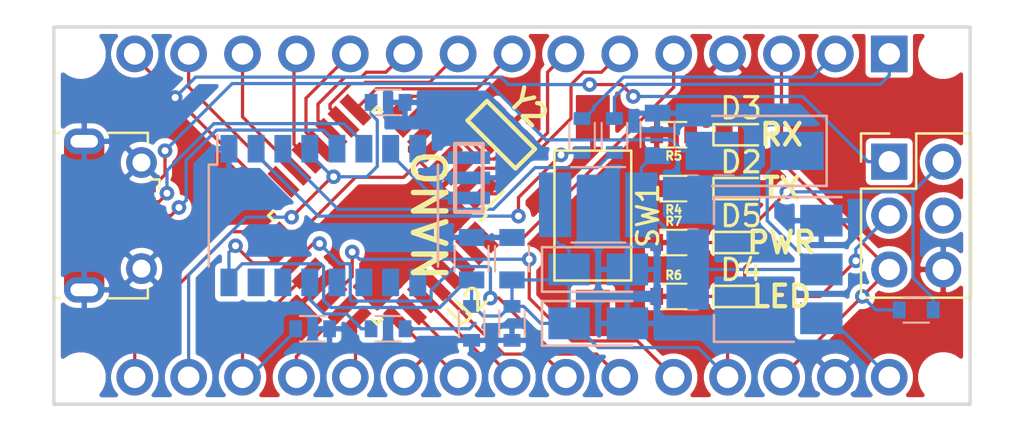
<source format=kicad_pcb>
(kicad_pcb (version 4) (host pcbnew 4.0.7)
  (layers (0 F.Cu signal hide) (31 B.Cu signal) (34 B.Paste user) (35 F.Paste user) (36 B.SilkS user hide) (37 F.SilkS user hide) (38 B.Mask user) (39 F.Mask user) (44 Edge.Cuts user))
  (net 0 "")
  (net 1 RESET)
  (net 2 "Net-(C1-Pad2)")
  (net 3 GND)
  (net 4 +3.3V)
  (net 5 +5V)
  (net 6 AREF)
  (net 7 "Net-(C8-Pad1)")
  (net 8 VUSB)
  (net 9 TX)
  (net 10 "Net-(D2-Pad1)")
  (net 11 RX)
  (net 12 "Net-(D3-Pad1)")
  (net 13 D13/SCK)
  (net 14 "Net-(D4-Pad1)")
  (net 15 "Net-(D5-Pad1)")
  (net 16 UD-)
  (net 17 UD+)
  (net 18 D12/MISO)
  (net 19 D11/MOSI)
  (net 20 D0/RX)
  (net 21 D1/TX)
  (net 22 "Net-(U1-Pad7)")
  (net 23 "Net-(U1-Pad8)")
  (net 24 D3)
  (net 25 D4)
  (net 26 "Net-(U2-Pad7)")
  (net 27 "Net-(U2-Pad8)")
  (net 28 D5)
  (net 29 D6)
  (net 30 D7)
  (net 31 D8)
  (net 32 D9)
  (net 33 D10)
  (net 34 A6)
  (net 35 A7)
  (net 36 A0)
  (net 37 A1)
  (net 38 A2)
  (net 39 A3)
  (net 40 A4)
  (net 41 A5)
  (net 42 D2)
  (net 43 VIN)
  (module Housings_QFP:TQFP-32_7x7mm_Pitch0.8mm (layer F.Cu) (at 114.3 96.52 225)
    (fp_text reference U2 (at 0 -6.05 225) (layer F.SilkS))
    (fp_text value ATMEGA328P-AU hide)
    (pad 1 smd rect (at -4.25 -2.8 225) (size 1.6 0.55) (layers F.Cu F.Paste F.Mask) (net 24 D3))
    (pad 2 smd rect (at -4.25 -2 225) (size 1.6 0.55) (layers F.Cu F.Paste F.Mask) (net 25 D4))
    (pad 3 smd rect (at -4.25 -1.2 225) (size 1.6 0.55) (layers F.Cu F.Paste F.Mask) (net 3 GND))
    (pad 4 smd rect (at -4.25 -0.4 225) (size 1.6 0.55) (layers F.Cu F.Paste F.Mask) (net 5 +5V))
    (pad 5 smd rect (at -4.25 0.4 225) (size 1.6 0.55) (layers F.Cu F.Paste F.Mask) (net 3 GND))
    (pad 6 smd rect (at -4.25 1.2 225) (size 1.6 0.55) (layers F.Cu F.Paste F.Mask) (net 5 +5V))
    (pad 7 smd rect (at -4.25 2 225) (size 1.6 0.55) (layers F.Cu F.Paste F.Mask) (net 26 "Net-(U2-Pad7)"))
    (pad 8 smd rect (at -4.25 2.8 225) (size 1.6 0.55) (layers F.Cu F.Paste F.Mask) (net 27 "Net-(U2-Pad8)"))
    (pad 9 smd rect (at -2.8 4.25 315) (size 1.6 0.55) (layers F.Cu F.Paste F.Mask) (net 28 D5))
    (pad 10 smd rect (at -2 4.25 315) (size 1.6 0.55) (layers F.Cu F.Paste F.Mask) (net 29 D6))
    (pad 11 smd rect (at -1.2 4.25 315) (size 1.6 0.55) (layers F.Cu F.Paste F.Mask) (net 30 D7))
    (pad 12 smd rect (at -0.4 4.25 315) (size 1.6 0.55) (layers F.Cu F.Paste F.Mask) (net 31 D8))
    (pad 13 smd rect (at 0.4 4.25 315) (size 1.6 0.55) (layers F.Cu F.Paste F.Mask) (net 32 D9))
    (pad 14 smd rect (at 1.2 4.25 315) (size 1.6 0.55) (layers F.Cu F.Paste F.Mask) (net 33 D10))
    (pad 15 smd rect (at 2 4.25 315) (size 1.6 0.55) (layers F.Cu F.Paste F.Mask) (net 19 D11/MOSI))
    (pad 16 smd rect (at 2.8 4.25 315) (size 1.6 0.55) (layers F.Cu F.Paste F.Mask) (net 18 D12/MISO))
    (pad 17 smd rect (at 4.25 2.8 225) (size 1.6 0.55) (layers F.Cu F.Paste F.Mask) (net 13 D13/SCK))
    (pad 18 smd rect (at 4.25 2 225) (size 1.6 0.55) (layers F.Cu F.Paste F.Mask) (net 5 +5V))
    (pad 19 smd rect (at 4.25 1.2 225) (size 1.6 0.55) (layers F.Cu F.Paste F.Mask) (net 34 A6))
    (pad 20 smd rect (at 4.25 0.4 225) (size 1.6 0.55) (layers F.Cu F.Paste F.Mask) (net 6 AREF))
    (pad 21 smd rect (at 4.25 -0.4 225) (size 1.6 0.55) (layers F.Cu F.Paste F.Mask) (net 3 GND))
    (pad 22 smd rect (at 4.25 -1.2 225) (size 1.6 0.55) (layers F.Cu F.Paste F.Mask) (net 35 A7))
    (pad 23 smd rect (at 4.25 -2 225) (size 1.6 0.55) (layers F.Cu F.Paste F.Mask) (net 36 A0))
    (pad 24 smd rect (at 4.25 -2.8 225) (size 1.6 0.55) (layers F.Cu F.Paste F.Mask) (net 37 A1))
    (pad 25 smd rect (at 2.8 -4.25 315) (size 1.6 0.55) (layers F.Cu F.Paste F.Mask) (net 38 A2))
    (pad 26 smd rect (at 2 -4.25 315) (size 1.6 0.55) (layers F.Cu F.Paste F.Mask) (net 39 A3))
    (pad 27 smd rect (at 1.2 -4.25 315) (size 1.6 0.55) (layers F.Cu F.Paste F.Mask) (net 40 A4))
    (pad 28 smd rect (at 0.4 -4.25 315) (size 1.6 0.55) (layers F.Cu F.Paste F.Mask) (net 41 A5))
    (pad 29 smd rect (at -0.4 -4.25 315) (size 1.6 0.55) (layers F.Cu F.Paste F.Mask) (net 1 RESET))
    (pad 30 smd rect (at -1.2 -4.25 315) (size 1.6 0.55) (layers F.Cu F.Paste F.Mask) (net 20 D0/RX))
    (pad 31 smd rect (at -2 -4.25 315) (size 1.6 0.55) (layers F.Cu F.Paste F.Mask) (net 21 D1/TX))
    (pad 32 smd rect (at -2.8 -4.25 315) (size 1.6 0.55) (layers F.Cu F.Paste F.Mask) (net 42 D2))
  )
  (module Polymetric_Capacitors_SMD:C_0603 (layer B.Cu) (at 114.808 101.854 180)
    (fp_text reference C1 hide)
    (fp_text value 100nF hide)
    (pad 1 smd rect (at -0.8 0 180) (size 0.6 0.8) (layers B.Cu B.Paste B.Mask) (net 1 RESET))
    (pad 2 smd rect (at 0.8 0 180) (size 0.6 0.8) (layers B.Cu B.Paste B.Mask) (net 2 "Net-(C1-Pad2)"))
  )
  (module Polymetric_Capacitors_SMD:C_0603 (layer B.Cu) (at 114.808 91.186 180)
    (fp_text reference C2 hide)
    (fp_text value 100nF hide)
    (pad 1 smd rect (at -0.8 0 180) (size 0.6 0.8) (layers B.Cu B.Paste B.Mask) (net 3 GND))
    (pad 2 smd rect (at 0.8 0 180) (size 0.6 0.8) (layers B.Cu B.Paste B.Mask) (net 4 +3.3V))
  )
  (module Polymetric_Capacitors_SMD:C_0603 (layer B.Cu) (at 118.745 101.6 90)
    (fp_text reference C3 hide)
    (fp_text value 100nF hide)
    (pad 1 smd rect (at -0.8 0 90) (size 0.6 0.8) (layers B.Cu B.Paste B.Mask) (net 3 GND))
    (pad 2 smd rect (at 0.8 0 90) (size 0.6 0.8) (layers B.Cu B.Paste B.Mask) (net 5 +5V))
  )
  (module Polymetric_Capacitors_SMD:C_0805 (layer B.Cu) (at 120.65 98.552 90)
    (fp_text reference C4 hide)
    (fp_text value 1uF hide)
    (pad 1 smd rect (at -1 0 90) (size 0.8 1.2) (layers B.Cu B.Paste B.Mask) (net 5 +5V))
    (pad 2 smd rect (at 1 0 90) (size 0.8 1.2) (layers B.Cu B.Paste B.Mask) (net 3 GND))
  )
  (module Polymetric_Capacitors_SMD:C_0805 (layer B.Cu) (at 118.745 98.552 90)
    (fp_text reference C5 hide)
    (fp_text value 1uF hide)
    (pad 1 smd rect (at -1 0 90) (size 0.8 1.2) (layers B.Cu B.Paste B.Mask) (net 5 +5V))
    (pad 2 smd rect (at 1 0 90) (size 0.8 1.2) (layers B.Cu B.Paste B.Mask) (net 3 GND))
  )
  (module Capacitors_Tantalum_SMD:CP_Tantalum_Case-S_EIA-3216-12_Reflow (layer B.Cu) (at 124.714 101.6)
    (fp_text reference C6 hide)
    (fp_text value 4.7uF/T hide)
    (pad 1 smd rect (at -1.375 0) (size 1.95 1.5) (layers B.Cu B.Paste B.Mask) (net 5 +5V))
    (pad 2 smd rect (at 1.375 0) (size 1.95 1.5) (layers B.Cu B.Paste B.Mask) (net 3 GND))
  )
  (module Polymetric_Capacitors_SMD:C_0603 (layer B.Cu) (at 111.252 101.854)
    (fp_text reference C7 hide)
    (fp_text value 100nF hide)
    (pad 1 smd rect (at -0.8 0) (size 0.6 0.8) (layers B.Cu B.Paste B.Mask) (net 6 AREF))
    (pad 2 smd rect (at 0.8 0) (size 0.6 0.8) (layers B.Cu B.Paste B.Mask) (net 3 GND))
  )
  (module Polymetric_Capacitors_SMD:C_0805 (layer B.Cu) (at 127.508 92.694 90)
    (fp_text reference C8 hide)
    (fp_text value 1uF)
    (pad 1 smd rect (at -1 0 90) (size 0.8 1.2) (layers B.Cu B.Paste B.Mask) (net 7 "Net-(C8-Pad1)"))
    (pad 2 smd rect (at 1 0 90) (size 0.8 1.2) (layers B.Cu B.Paste B.Mask) (net 3 GND))
  )
  (module Capacitors_Tantalum_SMD:CP_Tantalum_Case-S_EIA-3216-12_Reflow (layer B.Cu) (at 124.714 99.06)
    (fp_text reference C9 hide)
    (fp_text value 4.7uF/T hide)
    (pad 1 smd rect (at -1.375 0) (size 1.95 1.5) (layers B.Cu B.Paste B.Mask) (net 5 +5V))
    (pad 2 smd rect (at 1.375 0) (size 1.95 1.5) (layers B.Cu B.Paste B.Mask) (net 3 GND))
  )
  (module Polymetric_Capacitors_SMD:C_0603 (layer B.Cu) (at 120.65 101.6 270)
    (fp_text reference C10 hide)
    (fp_text value 100nF hide)
    (pad 1 smd rect (at -0.8 0 270) (size 0.6 0.8) (layers B.Cu B.Paste B.Mask) (net 5 +5V))
    (pad 2 smd rect (at 0.8 0 270) (size 0.6 0.8) (layers B.Cu B.Paste B.Mask) (net 3 GND))
  )
  (module Diodes_SMD:D_SMA (layer B.Cu) (at 132.08 93.472 180)
    (fp_text reference D1 hide)
    (fp_text value SS1P3L hide)
    (pad 1 smd rect (at -2 0 180) (size 2.5 1.8) (layers B.Cu B.Paste B.Mask) (net 7 "Net-(C8-Pad1)"))
    (pad 2 smd rect (at 2 0 180) (size 2.5 1.8) (layers B.Cu B.Paste B.Mask) (net 8 VUSB))
  )
  (module LEDs:LED_0603 (layer F.Cu) (at 131.445 95.25)
    (fp_text reference D2 (at 0 -1.25) (layer F.SilkS))
    (fp_text value TX)
    (pad 2 smd rect (at 0.8 0 180) (size 0.8 0.8) (layers F.Cu F.Paste F.Mask) (net 9 TX))
    (pad 1 smd rect (at -0.8 0 180) (size 0.8 0.8) (layers F.Cu F.Paste F.Mask) (net 10 "Net-(D2-Pad1)"))
  )
  (module LEDs:LED_0603 (layer F.Cu) (at 131.445 92.71)
    (fp_text reference D3 (at 0 -1.25) (layer F.SilkS))
    (fp_text value RX)
    (pad 2 smd rect (at 0.8 0 180) (size 0.8 0.8) (layers F.Cu F.Paste F.Mask) (net 11 RX))
    (pad 1 smd rect (at -0.8 0 180) (size 0.8 0.8) (layers F.Cu F.Paste F.Mask) (net 12 "Net-(D3-Pad1)"))
  )
  (module LEDs:LED_0603 (layer F.Cu) (at 131.445 100.33)
    (fp_text reference D4 (at 0 -1.25) (layer F.SilkS))
    (fp_text value D13)
    (pad 2 smd rect (at 0.8 0 180) (size 0.8 0.8) (layers F.Cu F.Paste F.Mask) (net 13 D13/SCK))
    (pad 1 smd rect (at -0.8 0 180) (size 0.8 0.8) (layers F.Cu F.Paste F.Mask) (net 14 "Net-(D4-Pad1)"))
  )
  (module LEDs:LED_0603 (layer F.Cu) (at 131.445 97.79)
    (fp_text reference D5 (at 0 -1.25) (layer F.SilkS))
    (fp_text value PWR)
    (pad 2 smd rect (at 0.8 0 180) (size 0.8 0.8) (layers F.Cu F.Paste F.Mask) (net 5 +5V))
    (pad 1 smd rect (at -0.8 0 180) (size 0.8 0.8) (layers F.Cu F.Paste F.Mask) (net 15 "Net-(D5-Pad1)"))
  )
  (module Polymetric_Fuses_SMD:1812_PTC_Fuse (layer B.Cu) (at 124.714 96.012 180)
    (fp_text reference F1 hide)
    (fp_text value "MF-MSMF050-2 500mA" hide)
    (pad 1 smd rect (at -2.032 0 180) (size 1.524 3.048) (layers B.Cu B.Paste B.Mask) (net 7 "Net-(C8-Pad1)"))
    (pad 2 smd rect (at 2.032 0 180) (size 1.524 3.048) (layers B.Cu B.Paste B.Mask) (net 5 +5V))
  )
  (module Connectors_USB:USB_Micro-B_Molex-105017-0001 (layer F.Cu) (at 100.838 96.52 270)
    (fp_text reference J1 hide)
    (fp_text value USB_OTG hide)
    (pad 6 smd rect (at 1 0.35 270) (size 1.5 1.9) (layers F.Cu F.Paste F.Mask) (net 3 GND))
    (pad 6 thru_hole circle (at -2.5 -2.35 270) (size 1.45 1.45) (drill 0.85) (layers *.Cu *.Mask) (net 3 GND))
    (pad 2 smd rect (at -0.65 -2.35 270) (size 0.4 1.35) (layers F.Cu F.Paste F.Mask) (net 16 UD-))
    (pad 1 smd rect (at -1.3 -2.35 270) (size 0.4 1.35) (layers F.Cu F.Paste F.Mask) (net 8 VUSB))
    (pad 5 smd rect (at 1.3 -2.35 270) (size 0.4 1.35) (layers F.Cu F.Paste F.Mask) (net 3 GND))
    (pad 4 smd rect (at 0.65 -2.35 270) (size 0.4 1.35) (layers F.Cu F.Paste F.Mask))
    (pad 3 smd rect (at 0 -2.35 270) (size 0.4 1.35) (layers F.Cu F.Paste F.Mask) (net 17 UD+))
    (pad 6 thru_hole circle (at 2.5 -2.35 270) (size 1.45 1.45) (drill 0.85) (layers *.Cu *.Mask) (net 3 GND))
    (pad 6 smd rect (at -1 0.35 270) (size 1.5 1.9) (layers F.Cu F.Paste F.Mask) (net 3 GND))
    (pad 6 thru_hole oval (at -3.5 0.35 90) (size 1.2 1.9) (drill oval 0.6 1.3) (layers *.Cu *.Mask) (net 3 GND))
    (pad 6 thru_hole oval (at 3.5 0.35 270) (size 1.2 1.9) (drill oval 0.6 1.3) (layers *.Cu *.Mask) (net 3 GND))
    (pad 6 smd rect (at 2.9 0.35 270) (size 1.2 1.9) (layers F.Cu F.Mask) (net 3 GND))
    (pad 6 smd rect (at -2.9 0.35 270) (size 1.2 1.9) (layers F.Cu F.Mask) (net 3 GND))
  )
  (module Pin_Headers:Pin_Header_Straight_2x03_Pitch2.54mm (layer F.Cu) (at 138.43 93.98)
    (fp_text reference J2 hide)
    (fp_text value ICSP_Header hide)
    (pad 1 thru_hole rect (at 0 0) (size 1.7 1.7) (drill 1) (layers *.Cu *.Mask) (net 18 D12/MISO))
    (pad 2 thru_hole oval (at 2.54 0) (size 1.7 1.7) (drill 1) (layers *.Cu *.Mask) (net 5 +5V))
    (pad 3 thru_hole oval (at 0 2.54) (size 1.7 1.7) (drill 1) (layers *.Cu *.Mask) (net 13 D13/SCK))
    (pad 4 thru_hole oval (at 2.54 2.54) (size 1.7 1.7) (drill 1) (layers *.Cu *.Mask) (net 19 D11/MOSI))
    (pad 5 thru_hole oval (at 0 5.08) (size 1.7 1.7) (drill 1) (layers *.Cu *.Mask) (net 1 RESET))
    (pad 6 thru_hole oval (at 2.54 5.08) (size 1.7 1.7) (drill 1) (layers *.Cu *.Mask) (net 3 GND))
  )
  (module Polymetric_Resistors_SMD:R_0603 (layer B.Cu) (at 139.7 100.965 180)
    (fp_text reference R1 hide)
    (fp_text value 1K hide)
    (pad 1 smd rect (at -0.8 0 180) (size 0.6 0.8) (layers B.Cu B.Paste B.Mask) (net 5 +5V))
    (pad 2 smd rect (at 0.8 0 180) (size 0.6 0.8) (layers B.Cu B.Paste B.Mask) (net 1 RESET))
  )
  (module Polymetric_Resistors_SMD:R_0603 (layer B.Cu) (at 123.952 92.7482 90)
    (fp_text reference R2 hide)
    (fp_text value 1K hide)
    (pad 1 smd rect (at -0.8 0 90) (size 0.6 0.8) (layers B.Cu B.Paste B.Mask) (net 11 RX))
    (pad 2 smd rect (at 0.8 0 90) (size 0.6 0.8) (layers B.Cu B.Paste B.Mask) (net 20 D0/RX))
  )
  (module Polymetric_Resistors_SMD:R_0603 (layer B.Cu) (at 125.476 92.748 90)
    (fp_text reference R3 hide)
    (fp_text value 1K hide)
    (pad 1 smd rect (at -0.8 0 90) (size 0.6 0.8) (layers B.Cu B.Paste B.Mask) (net 9 TX))
    (pad 2 smd rect (at 0.8 0 90) (size 0.6 0.8) (layers B.Cu B.Paste B.Mask) (net 21 D1/TX))
  )
  (module Polymetric_Resistors_SMD:R_0603 (layer F.Cu) (at 128.27 95.25 180)
    (fp_text reference R4 (at 0 -1 180) (layer F.SilkS) (effects (font (size 0.4 0.4) (thickness 0.1))))
    (fp_text value 1K)
    (pad 1 smd rect (at -0.8 0 180) (size 0.6 0.8) (layers F.Cu F.Paste F.Mask) (net 10 "Net-(D2-Pad1)"))
    (pad 2 smd rect (at 0.8 0 180) (size 0.6 0.8) (layers F.Cu F.Paste F.Mask) (net 3 GND))
  )
  (module Polymetric_Resistors_SMD:R_0603 (layer F.Cu) (at 128.27 92.71 180)
    (fp_text reference R5 (at 0 -1 180) (layer F.SilkS) (effects (font (size 0.4 0.4) (thickness 0.1))))
    (fp_text value 1K)
    (pad 1 smd rect (at -0.8 0 180) (size 0.6 0.8) (layers F.Cu F.Paste F.Mask) (net 12 "Net-(D3-Pad1)"))
    (pad 2 smd rect (at 0.8 0 180) (size 0.6 0.8) (layers F.Cu F.Paste F.Mask) (net 3 GND))
  )
  (module Polymetric_Resistors_SMD:R_0603 (layer F.Cu) (at 128.27 100.33)
    (fp_text reference R6 (at 0 -1) (layer F.SilkS) (effects (font (size 0.4 0.4) (thickness 0.1))))
    (fp_text value 1K)
    (pad 1 smd rect (at -0.8 0) (size 0.6 0.8) (layers F.Cu F.Paste F.Mask) (net 3 GND))
    (pad 2 smd rect (at 0.8 0) (size 0.6 0.8) (layers F.Cu F.Paste F.Mask) (net 14 "Net-(D4-Pad1)"))
  )
  (module Polymetric_Resistors_SMD:R_0603 (layer F.Cu) (at 128.27 97.79)
    (fp_text reference R7 (at 0 -1) (layer F.SilkS) (effects (font (size 0.4 0.4) (thickness 0.1))))
    (fp_text value 1K)
    (pad 1 smd rect (at -0.8 0) (size 0.6 0.8) (layers F.Cu F.Paste F.Mask) (net 3 GND))
    (pad 2 smd rect (at 0.8 0) (size 0.6 0.8) (layers F.Cu F.Paste F.Mask) (net 15 "Net-(D5-Pad1)"))
  )
  (module Buttons_Switches_SMD:SW_SPST_FSMSM (layer F.Cu) (at 124.46 96.52 270)
    (fp_text reference SW1 (at 0 -2.6 270) (layer F.SilkS))
    (fp_text value RESET)
    (pad 1 smd rect (at -4.59 0 270) (size 2.18 1.6) (layers F.Cu F.Paste F.Mask) (net 3 GND))
    (pad 2 smd rect (at 4.59 0 270) (size 2.18 1.6) (layers F.Cu F.Paste F.Mask) (net 1 RESET))
  )
  (module Housings_SSOP:SOP-16_4.4x10.4mm_Pitch1.27mm (layer B.Cu) (at 111.76 96.52 270)
    (fp_text reference U1 hide)
    (fp_text value CH340G hide)
    (pad 1 smd rect (at -3.15 4.45 270) (size 1.3 0.8) (layers B.Cu B.Paste B.Mask) (net 3 GND))
    (pad 2 smd rect (at -3.15 3.17 270) (size 1.3 0.8) (layers B.Cu B.Paste B.Mask) (net 11 RX))
    (pad 3 smd rect (at -3.15 1.91 270) (size 1.3 0.8) (layers B.Cu B.Paste B.Mask) (net 9 TX))
    (pad 4 smd rect (at -3.15 0.64 270) (size 1.3 0.8) (layers B.Cu B.Paste B.Mask) (net 4 +3.3V))
    (pad 5 smd rect (at -3.15 -0.64 270) (size 1.3 0.8) (layers B.Cu B.Paste B.Mask) (net 17 UD+))
    (pad 6 smd rect (at -3.15 -1.91 270) (size 1.3 0.8) (layers B.Cu B.Paste B.Mask) (net 16 UD-))
    (pad 7 smd rect (at -3.15 -3.17 270) (size 1.3 0.8) (layers B.Cu B.Paste B.Mask) (net 22 "Net-(U1-Pad7)"))
    (pad 8 smd rect (at -3.15 -4.45 270) (size 1.3 0.8) (layers B.Cu B.Paste B.Mask) (net 23 "Net-(U1-Pad8)"))
    (pad 9 smd rect (at 3.15 -4.45 270) (size 1.3 0.8) (layers B.Cu B.Paste B.Mask))
    (pad 10 smd rect (at 3.15 -3.17 270) (size 1.3 0.8) (layers B.Cu B.Paste B.Mask))
    (pad 11 smd rect (at 3.15 -1.91 270) (size 1.3 0.8) (layers B.Cu B.Paste B.Mask))
    (pad 12 smd rect (at 3.15 -0.64 270) (size 1.3 0.8) (layers B.Cu B.Paste B.Mask))
    (pad 13 smd rect (at 3.15 0.64 270) (size 1.3 0.8) (layers B.Cu B.Paste B.Mask) (net 2 "Net-(C1-Pad2)"))
    (pad 14 smd rect (at 3.15 1.91 270) (size 1.3 0.8) (layers B.Cu B.Paste B.Mask))
    (pad 15 smd rect (at 3.15 3.17 270) (size 1.3 0.8) (layers B.Cu B.Paste B.Mask))
    (pad 16 smd rect (at 3.15 4.45 270) (size 1.3 0.8) (layers B.Cu B.Paste B.Mask) (net 5 +5V))
  )
  (module TO_SOT_Packages_SMD:SOT-223 (layer B.Cu) (at 132.08 99.06 180)
    (fp_text reference U3 hide)
    (fp_text value LM1117-5.0 hide)
    (pad 4 smd rect (at 3.15 0 180) (size 2 3.8) (layers B.Cu B.Paste B.Mask) (net 7 "Net-(C8-Pad1)"))
    (pad 2 smd rect (at -3.15 0 180) (size 2 1.5) (layers B.Cu B.Paste B.Mask) (net 7 "Net-(C8-Pad1)"))
    (pad 3 smd rect (at -3.15 -2.3 180) (size 2 1.5) (layers B.Cu B.Paste B.Mask) (net 43 VIN))
    (pad 1 smd rect (at -3.15 2.3 180) (size 2 1.5) (layers B.Cu B.Paste B.Mask) (net 3 GND))
  )
  (module Polymetric_Resonators_SMD:murata-resonator_SMD_CSTCE16M0V53-R0 (layer B.Cu) (at 118.618 94.742 90)
    (fp_text reference Y1 hide)
    (fp_text value 12MHz hide)
    (pad 1 smd rect (at -0.95 0 90) (size 0.6 2) (layers B.Cu B.Paste B.Mask) (net 22 "Net-(U1-Pad7)"))
    (pad 2 smd rect (at 0 0 90) (size 0.6 2) (layers B.Cu B.Paste B.Mask) (net 3 GND))
    (pad 3 smd rect (at 0.95 0 90) (size 0.6 2) (layers B.Cu B.Paste B.Mask) (net 23 "Net-(U1-Pad8)"))
  )
  (module Polymetric_Resonators_SMD:murata-resonator_SMD_CSTCE16M0V53-R0 (layer F.Cu) (at 120.142 92.71 315)
    (fp_text reference Y2 (at 0 -1.796051 315) (layer F.SilkS) (effects (font (thickness 0.2))))
    (fp_text value 16MHz hide)
    (pad 1 smd rect (at -0.95 0 315) (size 0.6 2) (layers F.Cu F.Paste F.Mask) (net 27 "Net-(U2-Pad8)"))
    (pad 2 smd rect (at 0 0 315) (size 0.6 2) (layers F.Cu F.Paste F.Mask) (net 3 GND))
    (pad 3 smd rect (at 0.95 0 315) (size 0.6 2) (layers F.Cu F.Paste F.Mask) (net 26 "Net-(U2-Pad7)"))
  )
  (module Polymetric_Shields_and_Sockets:Arduino_Nano_Shield (layer F.Cu) (at 99.06 96.52 270)
    (fp_text reference XA1)
    (fp_text value Arduino_Nano_Socket hide)
    (pad VIN thru_hole circle (at 7.62 -39.37 270) (size 1.7272 1.7272) (drill 1.016) (layers *.Cu *.Mask) (net 43 VIN))
    (pad GND2 thru_hole circle (at 7.62 -36.83 270) (size 1.7272 1.7272) (drill 1.016) (layers *.Cu *.Mask) (net 3 GND))
    (pad RST2 thru_hole circle (at 7.62 -34.29 270) (size 1.7272 1.7272) (drill 1.016) (layers *.Cu *.Mask) (net 1 RESET))
    (pad 5V thru_hole circle (at 7.62 -31.75 270) (size 1.7272 1.7272) (drill 1.016) (layers *.Cu *.Mask) (net 5 +5V))
    (pad A7 thru_hole circle (at 7.62 -29.21 270) (size 1.7272 1.7272) (drill 1.016) (layers *.Cu *.Mask) (net 35 A7))
    (pad A6 thru_hole circle (at 7.62 -26.67 270) (size 1.7272 1.7272) (drill 1.016) (layers *.Cu *.Mask) (net 34 A6))
    (pad A5 thru_hole circle (at 7.62 -24.13 270) (size 1.7272 1.7272) (drill 1.016) (layers *.Cu *.Mask) (net 41 A5))
    (pad A4 thru_hole circle (at 7.62 -21.59 270) (size 1.7272 1.7272) (drill 1.016) (layers *.Cu *.Mask) (net 40 A4))
    (pad A3 thru_hole circle (at 7.62 -19.05 270) (size 1.7272 1.7272) (drill 1.016) (layers *.Cu *.Mask) (net 39 A3))
    (pad A2 thru_hole circle (at 7.62 -16.51 270) (size 1.7272 1.7272) (drill 1.016) (layers *.Cu *.Mask) (net 38 A2))
    (pad A1 thru_hole circle (at 7.62 -13.97 270) (size 1.7272 1.7272) (drill 1.016) (layers *.Cu *.Mask) (net 37 A1))
    (pad A0 thru_hole circle (at 7.62 -11.43 270) (size 1.7272 1.7272) (drill 1.016) (layers *.Cu *.Mask) (net 36 A0))
    (pad AREF thru_hole circle (at 7.62 -8.89 270) (size 1.7272 1.7272) (drill 1.016) (layers *.Cu *.Mask) (net 6 AREF))
    (pad 3V3 thru_hole circle (at 7.62 -6.35 270) (size 1.7272 1.7272) (drill 1.016) (layers *.Cu *.Mask) (net 4 +3.3V))
    (pad D13 thru_hole circle (at 7.62 -3.81 270) (size 1.7272 1.7272) (drill 1.016) (layers *.Cu *.Mask) (net 13 D13/SCK))
    (pad D12 thru_hole circle (at -7.62 -3.81 270) (size 1.7272 1.7272) (drill 1.016) (layers *.Cu *.Mask) (net 18 D12/MISO))
    (pad D11 thru_hole circle (at -7.62 -6.35 270) (size 1.7272 1.7272) (drill 1.016) (layers *.Cu *.Mask) (net 19 D11/MOSI))
    (pad D10 thru_hole circle (at -7.62 -8.89 270) (size 1.7272 1.7272) (drill 1.016) (layers *.Cu *.Mask) (net 33 D10))
    (pad D9 thru_hole circle (at -7.62 -11.43 270) (size 1.7272 1.7272) (drill 1.016) (layers *.Cu *.Mask) (net 32 D9))
    (pad D8 thru_hole circle (at -7.62 -13.97 270) (size 1.7272 1.7272) (drill 1.016) (layers *.Cu *.Mask) (net 31 D8))
    (pad D7 thru_hole circle (at -7.62 -16.51 270) (size 1.7272 1.7272) (drill 1.016) (layers *.Cu *.Mask) (net 30 D7))
    (pad D6 thru_hole circle (at -7.62 -19.05 270) (size 1.7272 1.7272) (drill 1.016) (layers *.Cu *.Mask) (net 29 D6))
    (pad D5 thru_hole circle (at -7.62 -21.59 270) (size 1.7272 1.7272) (drill 1.016) (layers *.Cu *.Mask) (net 28 D5))
    (pad D4 thru_hole circle (at -7.62 -24.13 270) (size 1.7272 1.7272) (drill 1.016) (layers *.Cu *.Mask) (net 25 D4))
    (pad D3 thru_hole circle (at -7.62 -26.67 270) (size 1.7272 1.7272) (drill 1.016) (layers *.Cu *.Mask) (net 24 D3))
    (pad D2 thru_hole circle (at -7.62 -29.21 270) (size 1.7272 1.7272) (drill 1.016) (layers *.Cu *.Mask) (net 42 D2))
    (pad GND1 thru_hole circle (at -7.62 -31.75 270) (size 1.7272 1.7272) (drill 1.016) (layers *.Cu *.Mask) (net 3 GND))
    (pad RST1 thru_hole circle (at -7.62 -34.29 270) (size 1.7272 1.7272) (drill 1.016) (layers *.Cu *.Mask) (net 1 RESET))
    (pad D0 thru_hole circle (at -7.62 -36.83 270) (size 1.7272 1.7272) (drill 1.016) (layers *.Cu *.Mask) (net 20 D0/RX))
    (pad D1 thru_hole rect (at -7.62 -39.37 270) (size 1.7272 1.7272) (drill 1.016) (layers *.Cu *.Mask) (net 21 D1/TX))
    (pad "" np_thru_hole circle (at -7.62 -41.91 270) (size 1.85 1.85) (drill 1.85) (layers *.Cu *.Mask))
    (pad "" np_thru_hole circle (at 7.62 -41.91 270) (size 1.85 1.85) (drill 1.85) (layers *.Cu *.Mask))
    (pad "" np_thru_hole circle (at -7.62 -1.27 270) (size 1.85 1.85) (drill 1.85) (layers *.Cu *.Mask))
    (pad "" np_thru_hole circle (at 7.62 -1.27 270) (size 1.85 1.85) (drill 1.85) (layers *.Cu *.Mask))
  )
  (gr_line (start 99.06 105.41) (end 142.24 105.41) (angle 90) (layer Edge.Cuts) (width 0.1524))
  (gr_line (start 99.06 87.63) (end 99.06 105.41) (angle 90) (layer Edge.Cuts) (width 0.1524))
  (gr_line (start 142.24 87.63) (end 99.06 87.63) (angle 90) (layer Edge.Cuts) (width 0.1524))
  (gr_line (start 142.24 105.41) (end 142.24 87.63) (angle 90) (layer Edge.Cuts) (width 0.1524))
  (gr_text NANO (at 116.84 96.52 90) (layer F.SilkS) (effects (font (thickness 0.254))))
  (gr_text LED (at 133.35 100.33) (layer F.SilkS) (effects (font (size 1.016 1.016) (thickness 0.2032))))
  (gr_text PWR (at 133.35 97.79) (layer F.SilkS) (effects (font (size 1.016 1.016) (thickness 0.2032))))
  (gr_text TX (at 133.35 95.25) (layer F.SilkS) (effects (font (size 1.016 1.016) (thickness 0.2032))))
  (gr_text RX (at 133.35 92.71) (layer F.SilkS) (effects (font (size 1.016 1.016) (thickness 0.2032))))
  (via (at 137.16 100.330026) (size 0.6858) (drill 0.3302) (layers F.Cu B.Cu) (net 1))
  (segment (start 138.9 100.965) (end 137.794974 100.965) (width 0.1524) (layer B.Cu) (net 1))
  (segment (start 137.794974 100.965) (end 137.502899 100.672925) (width 0.1524) (layer B.Cu) (net 1))
  (segment (start 137.502899 100.672925) (end 137.16 100.330026) (width 0.1524) (layer B.Cu) (net 1))
  (segment (start 133.35 104.14) (end 137.159974 100.330026) (width 0.1524) (layer F.Cu) (net 1))
  (segment (start 137.159974 100.330026) (end 137.16 100.330026) (width 0.1524) (layer F.Cu) (net 1))
  (segment (start 138.43 99.06) (end 137.16 100.33) (width 0.1524) (layer F.Cu) (net 1))
  (segment (start 137.16 100.33) (end 137.16 100.330026) (width 0.1524) (layer F.Cu) (net 1))
  (segment (start 138.43 99.06) (end 133.35 93.98) (width 0.1524) (layer F.Cu) (net 1))
  (segment (start 133.35 93.98) (end 133.35 88.9) (width 0.1524) (layer F.Cu) (net 1))
  (segment (start 118.654841 101.854) (end 118.91354 101.595301) (width 0.1524) (layer B.Cu) (net 1))
  (segment (start 115.608 101.854) (end 118.654841 101.854) (width 0.1524) (layer B.Cu) (net 1))
  (segment (start 113.5556 101.854) (end 114.008 101.854) (width 0.1524) (layer B.Cu) (net 2))
  (segment (start 112.859823 101.158223) (end 113.5556 101.854) (width 0.1524) (layer B.Cu) (net 2))
  (segment (start 111.12 100.4724) (end 111.805823 101.158223) (width 0.1524) (layer B.Cu) (net 2))
  (segment (start 111.805823 101.158223) (end 112.859823 101.158223) (width 0.1524) (layer B.Cu) (net 2))
  (segment (start 111.12 99.67) (end 111.12 100.4724) (width 0.1524) (layer B.Cu) (net 2))
  (segment (start 117.658756 92.595558) (end 117.840642 92.595558) (width 0.1524) (layer F.Cu) (net 3))
  (segment (start 117.022361 93.231953) (end 117.658756 92.595558) (width 0.1524) (layer F.Cu) (net 3))
  (segment (start 117.840642 92.595558) (end 118.790127 93.545043) (width 0.1524) (layer F.Cu) (net 3))
  (segment (start 118.790127 93.545043) (end 118.790127 93.726929) (width 0.1524) (layer F.Cu) (net 3))
  (segment (start 118.790127 93.726929) (end 118.153732 94.363324) (width 0.1524) (layer F.Cu) (net 3))
  (segment (start 112.1912 94.6912) (end 112.2426 94.6912) (width 0.1524) (layer B.Cu) (net 4))
  (segment (start 111.12 93.62) (end 112.1912 94.6912) (width 0.1524) (layer B.Cu) (net 4))
  (segment (start 111.12 93.37) (end 111.12 93.62) (width 0.1524) (layer B.Cu) (net 4))
  (segment (start 112.727533 94.6912) (end 112.2426 94.6912) (width 0.1524) (layer B.Cu) (net 4))
  (segment (start 113.810282 94.6912) (end 112.727533 94.6912) (width 0.1524) (layer B.Cu) (net 4))
  (segment (start 114.301399 94.200083) (end 113.810282 94.6912) (width 0.1524) (layer B.Cu) (net 4))
  (segment (start 114.301399 92.031799) (end 114.301399 94.200083) (width 0.1524) (layer B.Cu) (net 4))
  (segment (start 114.008 91.7384) (end 114.301399 92.031799) (width 0.1524) (layer B.Cu) (net 4))
  (segment (start 114.008 91.186) (end 114.008 91.7384) (width 0.1524) (layer B.Cu) (net 4))
  (segment (start 112.1664 94.6912) (end 112.2426 94.6912) (width 0.1524) (layer F.Cu) (net 4))
  (segment (start 110.2614 96.5962) (end 112.1664 94.6912) (width 0.1524) (layer F.Cu) (net 4))
  (via (at 112.2426 94.6912) (size 0.6858) (drill 0.3302) (layers F.Cu B.Cu) (net 4))
  (via (at 110.2614 96.5962) (size 0.6858) (drill 0.3302) (layers F.Cu B.Cu) (net 4))
  (segment (start 105.41 104.14) (end 105.41 99.307233) (width 0.1524) (layer B.Cu) (net 4))
  (segment (start 105.41 99.307233) (end 108.121033 96.5962) (width 0.1524) (layer B.Cu) (net 4))
  (segment (start 108.121033 96.5962) (end 110.2614 96.5962) (width 0.1524) (layer B.Cu) (net 4))
  (segment (start 129.412988 102.742988) (end 129.946401 103.276401) (width 0.1524) (layer B.Cu) (net 5))
  (segment (start 129.946401 103.276401) (end 130.81 104.14) (width 0.1524) (layer B.Cu) (net 5))
  (segment (start 123.564 101.6) (end 124.706988 102.742988) (width 0.1524) (layer B.Cu) (net 5))
  (segment (start 124.706988 102.742988) (end 129.412988 102.742988) (width 0.1524) (layer B.Cu) (net 5))
  (segment (start 123.339 101.6) (end 123.564 101.6) (width 0.1524) (layer B.Cu) (net 5))
  (segment (start 140.5 100.965) (end 140.5 100.4126) (width 0.1524) (layer B.Cu) (net 5))
  (segment (start 140.5 100.4126) (end 139.5476 99.4602) (width 0.1524) (layer B.Cu) (net 5))
  (segment (start 139.5476 99.4602) (end 139.5476 95.4024) (width 0.1524) (layer B.Cu) (net 5))
  (segment (start 130.81 104.14) (end 130.81 102.918686) (width 0.1524) (layer F.Cu) (net 5))
  (segment (start 130.81 102.918686) (end 131.616399 102.112287) (width 0.1524) (layer F.Cu) (net 5))
  (segment (start 131.616399 102.112287) (end 131.616399 98.971001) (width 0.1524) (layer F.Cu) (net 5))
  (segment (start 131.616399 98.971001) (end 132.245 98.3424) (width 0.1524) (layer F.Cu) (net 5))
  (segment (start 132.245 98.3424) (end 132.245 97.79) (width 0.1524) (layer F.Cu) (net 5))
  (segment (start 133.604 95.4024) (end 139.5476 95.4024) (width 0.1524) (layer B.Cu) (net 5))
  (segment (start 139.5476 95.4024) (end 140.97 93.98) (width 0.1524) (layer B.Cu) (net 5))
  (segment (start 132.245 97.79) (end 132.245 96.7614) (width 0.1524) (layer F.Cu) (net 5))
  (segment (start 132.245 96.7614) (end 133.604 95.4024) (width 0.1524) (layer F.Cu) (net 5))
  (via (at 133.604 95.4024) (size 0.6858) (drill 0.3302) (layers F.Cu B.Cu) (net 5))
  (segment (start 113.274973 94.7166) (end 109.880583 98.11099) (width 0.1524) (layer F.Cu) (net 5))
  (segment (start 115.5446 94.7166) (end 113.274973 94.7166) (width 0.1524) (layer F.Cu) (net 5))
  (segment (start 116.290332 93.970868) (end 115.5446 94.7166) (width 0.1524) (layer F.Cu) (net 5))
  (segment (start 116.290332 93.9546) (end 116.290332 93.970868) (width 0.1524) (layer F.Cu) (net 5))
  (segment (start 107.31 99.42) (end 107.31 99.67) (width 0.1524) (layer B.Cu) (net 5))
  (segment (start 107.938601 98.791399) (end 107.31 99.42) (width 0.1524) (layer B.Cu) (net 5))
  (segment (start 112.12193 100.853412) (end 111.771399 100.502881) (width 0.1524) (layer B.Cu) (net 5))
  (segment (start 118.745 99.552) (end 118.545 99.552) (width 0.1524) (layer B.Cu) (net 5))
  (segment (start 111.636177 98.791399) (end 107.938601 98.791399) (width 0.1524) (layer B.Cu) (net 5))
  (segment (start 111.771399 98.926621) (end 111.636177 98.791399) (width 0.1524) (layer B.Cu) (net 5))
  (segment (start 111.771399 100.502881) (end 111.771399 98.926621) (width 0.1524) (layer B.Cu) (net 5))
  (segment (start 117.243588 100.853412) (end 112.12193 100.853412) (width 0.1524) (layer B.Cu) (net 5))
  (segment (start 118.545 99.552) (end 117.243588 100.853412) (width 0.1524) (layer B.Cu) (net 5))
  (segment (start 118.845 100.8) (end 118.745 100.8) (width 0.1524) (layer B.Cu) (net 5))
  (segment (start 119.2974 101.2524) (end 118.845 100.8) (width 0.1524) (layer B.Cu) (net 5))
  (segment (start 120.0976 101.2524) (end 119.2974 101.2524) (width 0.1524) (layer B.Cu) (net 5))
  (segment (start 120.55 100.8) (end 120.0976 101.2524) (width 0.1524) (layer B.Cu) (net 5))
  (segment (start 120.65 100.8) (end 120.55 100.8) (width 0.1524) (layer B.Cu) (net 5))
  (segment (start 107.619591 97.943465) (end 107.61959 97.943465) (width 0.1524) (layer F.Cu) (net 5))
  (segment (start 108.423511 98.747385) (end 107.619591 97.943465) (width 0.1524) (layer F.Cu) (net 5))
  (via (at 107.61959 97.943465) (size 0.6858) (drill 0.3302) (layers F.Cu B.Cu) (net 5))
  (segment (start 109.880583 98.11099) (end 109.244188 98.747385) (width 0.1524) (layer F.Cu) (net 5))
  (segment (start 109.244188 98.747385) (end 108.423511 98.747385) (width 0.1524) (layer F.Cu) (net 5))
  (segment (start 107.31 99.67) (end 107.31 98.253055) (width 0.1524) (layer B.Cu) (net 5))
  (segment (start 107.31 98.253055) (end 107.61959 97.943465) (width 0.1524) (layer B.Cu) (net 5))
  (segment (start 116.290332 93.9546) (end 116.769766 94.434034) (width 0.1524) (layer F.Cu) (net 5))
  (segment (start 115.820281 93.484549) (end 116.290332 93.9546) (width 0.1524) (layer F.Cu) (net 5))
  (segment (start 116.456676 92.666268) (end 115.820281 93.302663) (width 0.1524) (layer F.Cu) (net 5))
  (segment (start 115.820281 93.302663) (end 115.820281 93.484549) (width 0.1524) (layer F.Cu) (net 5))
  (segment (start 116.769766 94.434034) (end 116.951652 94.434034) (width 0.1524) (layer F.Cu) (net 5))
  (segment (start 116.951652 94.434034) (end 117.588047 93.797639) (width 0.1524) (layer F.Cu) (net 5))
  (segment (start 123.339 99.06) (end 123.339 98.1576) (width 0.1524) (layer B.Cu) (net 5))
  (segment (start 123.0984 97.917) (end 122.9106 97.917) (width 0.1524) (layer B.Cu) (net 5))
  (segment (start 122.9106 97.917) (end 122.682 97.6884) (width 0.1524) (layer B.Cu) (net 5))
  (segment (start 123.339 98.1576) (end 123.0984 97.917) (width 0.1524) (layer B.Cu) (net 5))
  (segment (start 122.682 97.6884) (end 122.682 96.012) (width 0.1524) (layer B.Cu) (net 5))
  (segment (start 123.339 99.06) (end 123.339 101.6) (width 0.1524) (layer B.Cu) (net 5))
  (segment (start 120.65 100.8) (end 121.2024 100.8) (width 0.1524) (layer B.Cu) (net 5))
  (segment (start 121.2024 100.8) (end 122.0024 101.6) (width 0.1524) (layer B.Cu) (net 5))
  (segment (start 122.0024 101.6) (end 123.339 101.6) (width 0.1524) (layer B.Cu) (net 5))
  (segment (start 120.65 99.552) (end 122.847 99.552) (width 0.1524) (layer B.Cu) (net 5))
  (segment (start 122.847 99.552) (end 123.339 99.06) (width 0.1524) (layer B.Cu) (net 5))
  (segment (start 120.65 100.8) (end 120.65 99.552) (width 0.1524) (layer B.Cu) (net 5))
  (segment (start 118.745 100.8) (end 118.745 99.552) (width 0.1524) (layer B.Cu) (net 5))
  (segment (start 107.31 99.67) (end 107.31 99.92) (width 0.1524) (layer B.Cu) (net 5))
  (segment (start 108.266 104.14) (end 107.95 104.14) (width 0.1524) (layer B.Cu) (net 6))
  (segment (start 110.452 101.854) (end 110.452 101.954) (width 0.1524) (layer B.Cu) (net 6))
  (segment (start 110.452 101.954) (end 108.266 104.14) (width 0.1524) (layer B.Cu) (net 6))
  (segment (start 111.011953 99.242361) (end 107.95 102.304314) (width 0.1524) (layer F.Cu) (net 6))
  (segment (start 107.95 102.304314) (end 107.95 104.14) (width 0.1524) (layer F.Cu) (net 6))
  (segment (start 135.23 99.06) (end 134.98 99.06) (width 0.1524) (layer B.Cu) (net 7))
  (segment (start 128.93 99.06) (end 135.23 99.06) (width 0.1524) (layer B.Cu) (net 7))
  (segment (start 134.98 99.06) (end 132.6776 96.7576) (width 0.1524) (layer B.Cu) (net 7))
  (segment (start 132.6776 96.7576) (end 132.6776 94.5244) (width 0.1524) (layer B.Cu) (net 7))
  (segment (start 132.6776 94.5244) (end 133.73 93.472) (width 0.1524) (layer B.Cu) (net 7))
  (segment (start 133.73 93.472) (end 134.08 93.472) (width 0.1524) (layer B.Cu) (net 7))
  (segment (start 126.746 96.012) (end 126.746 94.256) (width 0.1524) (layer B.Cu) (net 7))
  (segment (start 126.746 94.256) (end 127.308 93.694) (width 0.1524) (layer B.Cu) (net 7))
  (segment (start 127.308 93.694) (end 127.508 93.694) (width 0.1524) (layer B.Cu) (net 7))
  (segment (start 128.93 99.06) (end 128.93 98.16) (width 0.1524) (layer B.Cu) (net 7))
  (segment (start 128.93 98.16) (end 126.782 96.012) (width 0.1524) (layer B.Cu) (net 7))
  (segment (start 126.782 96.012) (end 126.746 96.012) (width 0.1524) (layer B.Cu) (net 7))
  (segment (start 104.639891 93.121219) (end 104.296992 93.464118) (width 0.1524) (layer B.Cu) (net 8))
  (segment (start 119.583895 90.297012) (end 107.464098 90.297012) (width 0.1524) (layer B.Cu) (net 8))
  (segment (start 107.464098 90.297012) (end 104.639891 93.121219) (width 0.1524) (layer B.Cu) (net 8))
  (segment (start 122.238185 92.951302) (end 119.583895 90.297012) (width 0.1524) (layer B.Cu) (net 8))
  (segment (start 128.6776 93.472) (end 128.156902 92.951302) (width 0.1524) (layer B.Cu) (net 8))
  (segment (start 128.156902 92.951302) (end 122.238185 92.951302) (width 0.1524) (layer B.Cu) (net 8))
  (segment (start 130.08 93.472) (end 128.6776 93.472) (width 0.1524) (layer B.Cu) (net 8))
  (segment (start 104.296992 93.949051) (end 104.296992 93.464118) (width 0.1524) (layer F.Cu) (net 8))
  (segment (start 103.663 95.22) (end 104.296992 94.586008) (width 0.1524) (layer F.Cu) (net 8))
  (via (at 104.296992 93.464118) (size 0.6858) (drill 0.3302) (layers F.Cu B.Cu) (net 8))
  (segment (start 103.188 95.22) (end 103.663 95.22) (width 0.1524) (layer F.Cu) (net 8))
  (segment (start 104.296992 94.586008) (end 104.296992 93.949051) (width 0.1524) (layer F.Cu) (net 8))
  (segment (start 124.664601 94.259399) (end 125.376 93.548) (width 0.1524) (layer B.Cu) (net 9))
  (segment (start 125.376 93.548) (end 125.476 93.548) (width 0.1524) (layer B.Cu) (net 9))
  (segment (start 121.737119 94.259399) (end 124.664601 94.259399) (width 0.1524) (layer B.Cu) (net 9))
  (segment (start 112.450601 96.220601) (end 119.775917 96.220601) (width 0.1524) (layer B.Cu) (net 9))
  (segment (start 109.85 93.62) (end 112.450601 96.220601) (width 0.1524) (layer B.Cu) (net 9))
  (segment (start 109.85 93.37) (end 109.85 93.62) (width 0.1524) (layer B.Cu) (net 9))
  (segment (start 119.775917 96.220601) (end 121.737119 94.259399) (width 0.1524) (layer B.Cu) (net 9))
  (segment (start 130.645 95.25) (end 129.07 95.25) (width 0.1524) (layer F.Cu) (net 10))
  (segment (start 120.469867 96.5454) (end 120.9548 96.5454) (width 0.1524) (layer B.Cu) (net 11))
  (segment (start 111.5154 96.5454) (end 120.469867 96.5454) (width 0.1524) (layer B.Cu) (net 11))
  (segment (start 108.59 93.62) (end 111.5154 96.5454) (width 0.1524) (layer B.Cu) (net 11))
  (segment (start 108.59 93.37) (end 108.59 93.62) (width 0.1524) (layer B.Cu) (net 11))
  (segment (start 122.619338 94.004024) (end 122.962237 93.661125) (width 0.1524) (layer F.Cu) (net 11))
  (segment (start 123.075162 93.5482) (end 122.962237 93.661125) (width 0.1524) (layer B.Cu) (net 11))
  (segment (start 123.952 93.5482) (end 123.075162 93.5482) (width 0.1524) (layer B.Cu) (net 11))
  (segment (start 120.9548 95.668562) (end 122.619338 94.004024) (width 0.1524) (layer F.Cu) (net 11))
  (segment (start 120.9548 96.5454) (end 120.9548 95.668562) (width 0.1524) (layer F.Cu) (net 11))
  (via (at 122.962237 93.661125) (size 0.6858) (drill 0.3302) (layers F.Cu B.Cu) (net 11))
  (via (at 120.9548 96.5454) (size 0.6858) (drill 0.3302) (layers F.Cu B.Cu) (net 11))
  (segment (start 130.645 92.71) (end 129.07 92.71) (width 0.1524) (layer F.Cu) (net 12))
  (segment (start 136.8552 98.6536) (end 136.8552 98.0948) (width 0.1524) (layer B.Cu) (net 13))
  (segment (start 136.8552 98.0948) (end 138.43 96.52) (width 0.1524) (layer B.Cu) (net 13))
  (segment (start 132.245 100.33) (end 135.1788 100.33) (width 0.1524) (layer F.Cu) (net 13))
  (segment (start 135.1788 100.33) (end 136.8552 98.6536) (width 0.1524) (layer F.Cu) (net 13))
  (via (at 136.8552 98.6536) (size 0.6858) (drill 0.3302) (layers F.Cu B.Cu) (net 13))
  (segment (start 109.314897 97.545305) (end 109.049733 97.280141) (width 0.1524) (layer F.Cu) (net 13))
  (segment (start 109.049733 97.280141) (end 107.437092 97.280141) (width 0.1524) (layer F.Cu) (net 13))
  (segment (start 107.437092 97.280141) (end 102.87 101.847233) (width 0.1524) (layer F.Cu) (net 13))
  (segment (start 102.87 101.847233) (end 102.87 102.918686) (width 0.1524) (layer F.Cu) (net 13))
  (segment (start 102.87 102.918686) (end 102.87 104.14) (width 0.1524) (layer F.Cu) (net 13))
  (segment (start 130.645 100.33) (end 129.07 100.33) (width 0.1524) (layer F.Cu) (net 14))
  (segment (start 130.645 97.79) (end 129.07 97.79) (width 0.1524) (layer F.Cu) (net 15))
  (segment (start 104.388907 95.496493) (end 104.388907 95.468019) (width 0.1524) (layer F.Cu) (net 16))
  (segment (start 104.388907 94.398545) (end 104.388907 94.983086) (width 0.1524) (layer B.Cu) (net 16))
  (segment (start 104.388907 94.983086) (end 104.388907 95.468019) (width 0.1524) (layer B.Cu) (net 16))
  (segment (start 103.188 95.87) (end 104.0154 95.87) (width 0.1524) (layer F.Cu) (net 16))
  (segment (start 113.67 93.1214) (end 112.73519 92.18659) (width 0.1524) (layer B.Cu) (net 16))
  (segment (start 106.600862 92.18659) (end 104.388907 94.398545) (width 0.1524) (layer B.Cu) (net 16))
  (segment (start 112.73519 92.18659) (end 106.600862 92.18659) (width 0.1524) (layer B.Cu) (net 16))
  (segment (start 113.67 93.37) (end 113.67 93.1214) (width 0.1524) (layer B.Cu) (net 16))
  (segment (start 104.0154 95.87) (end 104.388907 95.496493) (width 0.1524) (layer F.Cu) (net 16))
  (via (at 104.388907 95.468019) (size 0.6858) (drill 0.3302) (layers F.Cu B.Cu) (net 16))
  (segment (start 105.295699 93.922819) (end 105.295699 95.796103) (width 0.1524) (layer B.Cu) (net 17))
  (segment (start 103.188 96.52) (end 104.571802 96.52) (width 0.1524) (layer F.Cu) (net 17))
  (segment (start 111.771399 92.491399) (end 106.727119 92.491399) (width 0.1524) (layer B.Cu) (net 17))
  (segment (start 112.4 93.12) (end 111.771399 92.491399) (width 0.1524) (layer B.Cu) (net 17))
  (segment (start 112.4 93.37) (end 112.4 93.12) (width 0.1524) (layer B.Cu) (net 17))
  (segment (start 104.609901 96.481901) (end 104.9528 96.139002) (width 0.1524) (layer F.Cu) (net 17))
  (segment (start 105.295699 95.796103) (end 104.9528 96.139002) (width 0.1524) (layer B.Cu) (net 17))
  (segment (start 104.571802 96.52) (end 104.609901 96.481901) (width 0.1524) (layer F.Cu) (net 17))
  (segment (start 106.727119 92.491399) (end 105.295699 93.922819) (width 0.1524) (layer B.Cu) (net 17))
  (via (at 104.9528 96.139002) (size 0.6858) (drill 0.3302) (layers F.Cu B.Cu) (net 17))
  (segment (start 104.9528 90.7796) (end 104.775 90.9574) (width 0.1524) (layer B.Cu) (net 18))
  (segment (start 105.740199 89.992201) (end 104.9528 90.7796) (width 0.1524) (layer B.Cu) (net 18))
  (segment (start 104.9528 90.7796) (end 104.9528 90.782202) (width 0.1524) (layer B.Cu) (net 18))
  (segment (start 109.314897 95.494695) (end 104.777602 90.9574) (width 0.1524) (layer F.Cu) (net 18))
  (segment (start 104.777602 90.9574) (end 102.87 89.049798) (width 0.1524) (layer F.Cu) (net 18))
  (segment (start 104.9528 90.782202) (end 104.777602 90.9574) (width 0.1524) (layer B.Cu) (net 18))
  (via (at 104.777602 90.9574) (size 0.6858) (drill 0.3302) (layers F.Cu B.Cu) (net 18))
  (segment (start 124.3076 90.344698) (end 120.47824 90.344698) (width 0.1524) (layer B.Cu) (net 18))
  (segment (start 120.47824 90.344698) (end 120.125743 89.992201) (width 0.1524) (layer B.Cu) (net 18))
  (segment (start 120.125743 89.992201) (end 105.740199 89.992201) (width 0.1524) (layer B.Cu) (net 18))
  (segment (start 126.365 90.9066) (end 125.803098 90.344698) (width 0.1524) (layer F.Cu) (net 18))
  (via (at 124.3076 90.344698) (size 0.6858) (drill 0.3302) (layers F.Cu B.Cu) (net 18))
  (segment (start 125.803098 90.344698) (end 124.3076 90.344698) (width 0.1524) (layer F.Cu) (net 18))
  (segment (start 137.4276 93.98) (end 134.3542 90.9066) (width 0.1524) (layer B.Cu) (net 18))
  (segment (start 138.43 93.98) (end 137.4276 93.98) (width 0.1524) (layer B.Cu) (net 18))
  (segment (start 134.3542 90.9066) (end 126.365 90.9066) (width 0.1524) (layer B.Cu) (net 18))
  (via (at 126.365 90.9066) (size 0.6858) (drill 0.3302) (layers F.Cu B.Cu) (net 18))
  (segment (start 102.87 89.049798) (end 102.87 88.9) (width 0.1524) (layer F.Cu) (net 18))
  (segment (start 109.880583 94.92901) (end 105.41 90.458427) (width 0.1524) (layer F.Cu) (net 19))
  (segment (start 105.41 90.458427) (end 105.41 88.9) (width 0.1524) (layer F.Cu) (net 19))
  (segment (start 135.026401 89.763599) (end 135.89 88.9) (width 0.1524) (layer B.Cu) (net 20))
  (segment (start 134.797799 89.992201) (end 135.026401 89.763599) (width 0.1524) (layer B.Cu) (net 20))
  (segment (start 125.907999 89.992201) (end 134.797799 89.992201) (width 0.1524) (layer B.Cu) (net 20))
  (segment (start 124.5044 91.3958) (end 125.907999 89.992201) (width 0.1524) (layer B.Cu) (net 20))
  (segment (start 124.5044 91.4958) (end 124.5044 91.3958) (width 0.1524) (layer B.Cu) (net 20))
  (segment (start 124.052 91.9482) (end 124.5044 91.4958) (width 0.1524) (layer B.Cu) (net 20))
  (segment (start 123.952 91.9482) (end 124.052 91.9482) (width 0.1524) (layer B.Cu) (net 20))
  (segment (start 126.090678 90.335098) (end 138.010902 90.335098) (width 0.1524) (layer B.Cu) (net 21))
  (segment (start 125.476 90.949776) (end 126.090678 90.335098) (width 0.1524) (layer B.Cu) (net 21))
  (segment (start 125.476 91.948) (end 125.476 90.949776) (width 0.1524) (layer B.Cu) (net 21))
  (segment (start 138.010902 90.335098) (end 138.43 89.916) (width 0.1524) (layer B.Cu) (net 21))
  (segment (start 138.43 89.916) (end 138.43 88.9) (width 0.1524) (layer B.Cu) (net 21))
  (segment (start 125.476 91.948) (end 125.376 91.948) (width 0.1524) (layer B.Cu) (net 21))
  (segment (start 118.618 95.692) (end 117.002 95.692) (width 0.1524) (layer B.Cu) (net 22))
  (segment (start 117.002 95.692) (end 114.93 93.62) (width 0.1524) (layer B.Cu) (net 22))
  (segment (start 114.93 93.62) (end 114.93 93.37) (width 0.1524) (layer B.Cu) (net 22))
  (segment (start 118.618 93.792) (end 116.632 93.792) (width 0.1524) (layer B.Cu) (net 23))
  (segment (start 116.632 93.792) (end 116.21 93.37) (width 0.1524) (layer B.Cu) (net 23))
  (segment (start 123.431399 90.349675) (end 124.017475 89.763599) (width 0.1524) (layer F.Cu) (net 24))
  (segment (start 123.431399 91.94274) (end 123.431399 90.349675) (width 0.1524) (layer F.Cu) (net 24))
  (segment (start 119.879444 95.494695) (end 123.431399 91.94274) (width 0.1524) (layer F.Cu) (net 24))
  (segment (start 119.285103 95.494695) (end 119.879444 95.494695) (width 0.1524) (layer F.Cu) (net 24))
  (segment (start 124.866401 89.763599) (end 125.73 88.9) (width 0.1524) (layer F.Cu) (net 24))
  (segment (start 124.017475 89.763599) (end 124.866401 89.763599) (width 0.1524) (layer F.Cu) (net 24))
  (segment (start 122.326401 89.763599) (end 123.19 88.9) (width 0.1524) (layer F.Cu) (net 25))
  (segment (start 120.224082 94.5296) (end 120.413472 94.5296) (width 0.1524) (layer F.Cu) (net 25))
  (segment (start 120.413472 94.5296) (end 122.326401 92.616671) (width 0.1524) (layer F.Cu) (net 25))
  (segment (start 119.987097 94.292615) (end 120.224082 94.5296) (width 0.1524) (layer F.Cu) (net 25))
  (segment (start 119.355812 94.292615) (end 119.987097 94.292615) (width 0.1524) (layer F.Cu) (net 25))
  (segment (start 118.719417 94.92901) (end 119.355812 94.292615) (width 0.1524) (layer F.Cu) (net 25))
  (segment (start 122.326401 92.616671) (end 122.326401 89.763599) (width 0.1524) (layer F.Cu) (net 25))
  (segment (start 119.534 93.857849) (end 117.140339 91.464188) (width 0.1524) (layer F.Cu) (net 26))
  (segment (start 119.813389 93.857849) (end 119.534 93.857849) (width 0.1524) (layer F.Cu) (net 26))
  (segment (start 117.140339 91.464188) (end 116.527385 91.464188) (width 0.1524) (layer F.Cu) (net 26))
  (segment (start 120.289487 93.381751) (end 119.813389 93.857849) (width 0.1524) (layer F.Cu) (net 26))
  (segment (start 120.813751 93.381751) (end 120.289487 93.381751) (width 0.1524) (layer F.Cu) (net 26))
  (segment (start 116.527385 91.464188) (end 115.89099 92.100583) (width 0.1524) (layer F.Cu) (net 26))
  (segment (start 119.470249 92.038249) (end 118.330502 90.898502) (width 0.1524) (layer F.Cu) (net 27))
  (segment (start 118.330502 90.898502) (end 115.9617 90.898502) (width 0.1524) (layer F.Cu) (net 27))
  (segment (start 115.9617 90.898502) (end 115.325305 91.534897) (width 0.1524) (layer F.Cu) (net 27))
  (segment (start 113.274695 91.534897) (end 113.274695 91.525505) (width 0.1524) (layer F.Cu) (net 28))
  (segment (start 113.274695 91.525505) (end 114.254053 90.546147) (width 0.1524) (layer F.Cu) (net 28))
  (segment (start 114.254053 90.546147) (end 119.003853 90.546147) (width 0.1524) (layer F.Cu) (net 28))
  (segment (start 119.003853 90.546147) (end 119.786401 89.763599) (width 0.1524) (layer F.Cu) (net 28))
  (segment (start 119.786401 89.763599) (end 120.65 88.9) (width 0.1524) (layer F.Cu) (net 28))
  (segment (start 116.768664 90.241336) (end 117.246401 89.763599) (width 0.1524) (layer F.Cu) (net 29))
  (segment (start 117.246401 89.763599) (end 118.11 88.9) (width 0.1524) (layer F.Cu) (net 29))
  (segment (start 113.680513 90.297012) (end 113.736189 90.241336) (width 0.1524) (layer F.Cu) (net 29))
  (segment (start 112.70901 92.100583) (end 112.072615 91.464188) (width 0.1524) (layer F.Cu) (net 29))
  (segment (start 112.072615 91.464188) (end 112.072615 91.282301) (width 0.1524) (layer F.Cu) (net 29))
  (segment (start 112.072615 91.282301) (end 113.057904 90.297012) (width 0.1524) (layer F.Cu) (net 29))
  (segment (start 113.057904 90.297012) (end 113.680513 90.297012) (width 0.1524) (layer F.Cu) (net 29))
  (segment (start 113.736189 90.241336) (end 116.768664 90.241336) (width 0.1524) (layer F.Cu) (net 29))
  (segment (start 114.706401 89.763599) (end 115.57 88.9) (width 0.1524) (layer F.Cu) (net 30))
  (segment (start 113.782859 89.763599) (end 114.706401 89.763599) (width 0.1524) (layer F.Cu) (net 30))
  (segment (start 113.554257 89.992201) (end 113.782859 89.763599) (width 0.1524) (layer F.Cu) (net 30))
  (segment (start 112.776732 89.992201) (end 113.554257 89.992201) (width 0.1524) (layer F.Cu) (net 30))
  (segment (start 111.506929 92.029873) (end 111.506929 91.262004) (width 0.1524) (layer F.Cu) (net 30))
  (segment (start 112.143324 92.666268) (end 111.506929 92.029873) (width 0.1524) (layer F.Cu) (net 30))
  (segment (start 111.506929 91.262004) (end 112.776732 89.992201) (width 0.1524) (layer F.Cu) (net 30))
  (segment (start 111.577639 93.231953) (end 110.941244 92.595558) (width 0.1524) (layer F.Cu) (net 31))
  (segment (start 110.941244 92.595558) (end 110.941244 90.988756) (width 0.1524) (layer F.Cu) (net 31))
  (segment (start 110.941244 90.988756) (end 112.166401 89.763599) (width 0.1524) (layer F.Cu) (net 31))
  (segment (start 112.166401 89.763599) (end 113.03 88.9) (width 0.1524) (layer F.Cu) (net 31))
  (segment (start 111.011953 93.797639) (end 110.375558 93.161244) (width 0.1524) (layer F.Cu) (net 32))
  (segment (start 110.375558 93.161244) (end 110.375558 89.014442) (width 0.1524) (layer F.Cu) (net 32))
  (segment (start 110.375558 89.014442) (end 110.49 88.9) (width 0.1524) (layer F.Cu) (net 32))
  (segment (start 110.446268 94.363324) (end 107.95 91.867056) (width 0.1524) (layer F.Cu) (net 33))
  (segment (start 107.95 91.867056) (end 107.95 88.9) (width 0.1524) (layer F.Cu) (net 33))
  (segment (start 111.5822 97.8408) (end 111.282144 97.8408) (width 0.1524) (layer F.Cu) (net 34))
  (segment (start 111.282144 97.8408) (end 110.446268 98.676676) (width 0.1524) (layer F.Cu) (net 34))
  (segment (start 116.792881 100.548601) (end 113.087119 100.548601) (width 0.1524) (layer B.Cu) (net 34))
  (segment (start 116.838601 100.502881) (end 116.792881 100.548601) (width 0.1524) (layer B.Cu) (net 34))
  (segment (start 116.838601 100.046917) (end 116.838601 100.502881) (width 0.1524) (layer B.Cu) (net 34))
  (segment (start 117.962119 98.923399) (end 116.838601 100.046917) (width 0.1524) (layer B.Cu) (net 34))
  (segment (start 119.527881 98.923399) (end 117.962119 98.923399) (width 0.1524) (layer B.Cu) (net 34))
  (segment (start 119.634 99.029518) (end 119.527881 98.923399) (width 0.1524) (layer B.Cu) (net 34))
  (segment (start 119.634 100.4062) (end 119.634 99.029518) (width 0.1524) (layer B.Cu) (net 34))
  (segment (start 113.087119 100.548601) (end 113.028601 100.490083) (width 0.1524) (layer B.Cu) (net 34))
  (segment (start 113.028601 100.490083) (end 113.028601 98.837119) (width 0.1524) (layer B.Cu) (net 34))
  (segment (start 113.028601 98.837119) (end 112.982881 98.791399) (width 0.1524) (layer B.Cu) (net 34))
  (segment (start 112.982881 98.791399) (end 112.532799 98.791399) (width 0.1524) (layer B.Cu) (net 34))
  (segment (start 112.532799 98.791399) (end 111.5822 97.8408) (width 0.1524) (layer B.Cu) (net 34))
  (via (at 111.5822 97.8408) (size 0.6858) (drill 0.3302) (layers F.Cu B.Cu) (net 34))
  (via (at 119.634 100.4062) (size 0.6858) (drill 0.3302) (layers F.Cu B.Cu) (net 34))
  (segment (start 122.665743 103.047799) (end 120.024144 100.4062) (width 0.1524) (layer F.Cu) (net 34))
  (segment (start 124.637799 103.047799) (end 122.665743 103.047799) (width 0.1524) (layer F.Cu) (net 34))
  (segment (start 125.73 104.14) (end 124.637799 103.047799) (width 0.1524) (layer F.Cu) (net 34))
  (segment (start 120.024144 100.4062) (end 119.634 100.4062) (width 0.1524) (layer F.Cu) (net 34))
  (segment (start 121.4628 98.5774) (end 113.460016 98.5774) (width 0.1524) (layer B.Cu) (net 35))
  (segment (start 113.118935 98.721252) (end 113.118935 98.236319) (width 0.1524) (layer F.Cu) (net 35))
  (via (at 113.118935 98.236319) (size 0.6858) (drill 0.3302) (layers F.Cu B.Cu) (net 35))
  (segment (start 112.143324 100.373732) (end 113.118935 99.398121) (width 0.1524) (layer F.Cu) (net 35))
  (segment (start 113.460016 98.5774) (end 113.118935 98.236319) (width 0.1524) (layer B.Cu) (net 35))
  (segment (start 113.118935 99.398121) (end 113.118935 98.721252) (width 0.1524) (layer F.Cu) (net 35))
  (segment (start 128.27 104.14) (end 126.558601 102.428601) (width 0.1524) (layer F.Cu) (net 35))
  (segment (start 126.558601 102.428601) (end 123.477119 102.428601) (width 0.1524) (layer F.Cu) (net 35))
  (segment (start 123.477119 102.428601) (end 121.4628 100.414282) (width 0.1524) (layer F.Cu) (net 35))
  (segment (start 121.4628 100.414282) (end 121.4628 98.5774) (width 0.1524) (layer F.Cu) (net 35))
  (via (at 121.4628 98.5774) (size 0.6858) (drill 0.3302) (layers F.Cu B.Cu) (net 35))
  (segment (start 110.49 103.158427) (end 110.49 104.14) (width 0.1524) (layer F.Cu) (net 36))
  (segment (start 112.70901 100.939417) (end 110.49 103.158427) (width 0.1524) (layer F.Cu) (net 36))
  (segment (start 113.274695 101.505103) (end 113.274695 103.895305) (width 0.1524) (layer F.Cu) (net 37))
  (segment (start 113.274695 103.895305) (end 113.03 104.14) (width 0.1524) (layer F.Cu) (net 37))
  (segment (start 115.325305 101.505103) (end 116.3574 102.537198) (width 0.1524) (layer F.Cu) (net 38))
  (segment (start 116.3574 102.537198) (end 116.3574 103.3526) (width 0.1524) (layer F.Cu) (net 38))
  (segment (start 116.3574 103.3526) (end 115.57 104.14) (width 0.1524) (layer F.Cu) (net 38))
  (segment (start 118.11 104.14) (end 117.246401 103.276401) (width 0.1524) (layer F.Cu) (net 39))
  (segment (start 117.246401 103.276401) (end 117.246401 102.294828) (width 0.1524) (layer F.Cu) (net 39))
  (segment (start 117.246401 102.294828) (end 116.527385 101.575812) (width 0.1524) (layer F.Cu) (net 39))
  (segment (start 116.527385 101.575812) (end 115.89099 100.939417) (width 0.1524) (layer F.Cu) (net 39))
  (segment (start 120.65 104.14) (end 119.786401 103.276401) (width 0.1524) (layer F.Cu) (net 40))
  (segment (start 119.786401 103.276401) (end 119.359345 103.276401) (width 0.1524) (layer F.Cu) (net 40))
  (segment (start 119.359345 103.276401) (end 117.093071 101.010127) (width 0.1524) (layer F.Cu) (net 40))
  (segment (start 117.093071 101.010127) (end 116.456676 100.373732) (width 0.1524) (layer F.Cu) (net 40))
  (segment (start 123.19 104.14) (end 122.097799 103.047799) (width 0.1524) (layer F.Cu) (net 41))
  (segment (start 122.097799 103.047799) (end 120.262113 103.047799) (width 0.1524) (layer F.Cu) (net 41))
  (segment (start 120.262113 103.047799) (end 117.658756 100.444442) (width 0.1524) (layer F.Cu) (net 41))
  (segment (start 117.658756 100.444442) (end 117.022361 99.808047) (width 0.1524) (layer F.Cu) (net 41))
  (segment (start 121.200815 97.545305) (end 128.27 90.47612) (width 0.1524) (layer F.Cu) (net 42))
  (segment (start 119.285103 97.545305) (end 121.200815 97.545305) (width 0.1524) (layer F.Cu) (net 42))
  (segment (start 128.27 90.121314) (end 128.27 88.9) (width 0.1524) (layer F.Cu) (net 42))
  (segment (start 128.27 90.47612) (end 128.27 90.121314) (width 0.1524) (layer F.Cu) (net 42))
  (segment (start 135.23 101.36) (end 135.65 101.36) (width 0.1524) (layer B.Cu) (net 43))
  (segment (start 135.65 101.36) (end 137.566401 103.276401) (width 0.1524) (layer B.Cu) (net 43))
  (segment (start 137.566401 103.276401) (end 138.43 104.14) (width 0.1524) (layer B.Cu) (net 43))
  (zone (net 3) (net_name GND) (layer F.Cu) (connect_pads (clearance 0.254)) (min_thickness 0.2032) (fill yes (arc_segments 32) (thermal_gap 0.254) (thermal_bridge_width 0.254))
    (polygon (pts (xy 96.52 86.36) (xy 96.52 106.68) (xy 144.78 106.68) (xy 144.78 86.36)))
  )
  (zone (net 3) (net_name GND) (layer B.Cu) (connect_pads (clearance 0.254)) (min_thickness 0.2032) (fill yes (arc_segments 32) (thermal_gap 0.254) (thermal_bridge_width 0.254))
    (polygon (pts (xy 96.52 86.36) (xy 96.52 106.68) (xy 144.78 106.68) (xy 144.78 86.36)))
  )
)
</source>
